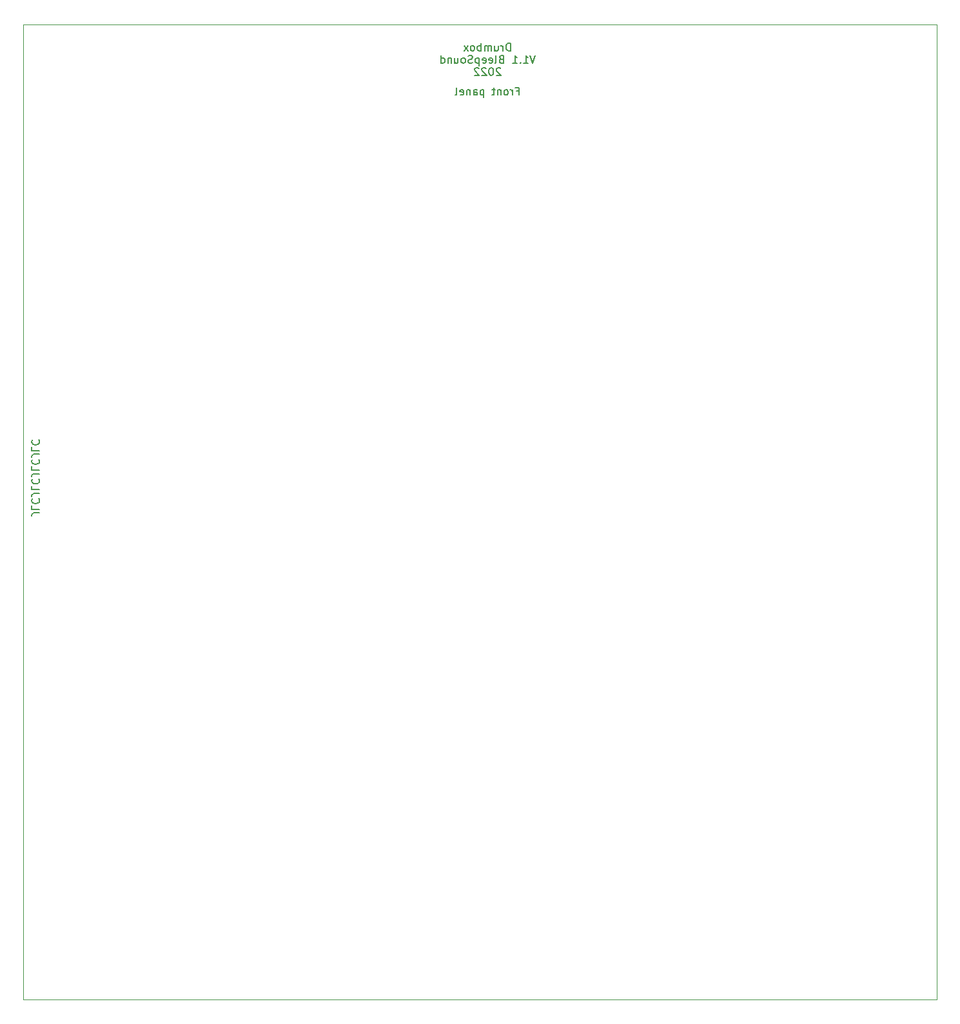
<source format=gbo>
G04 #@! TF.GenerationSoftware,KiCad,Pcbnew,(6.0.6)*
G04 #@! TF.CreationDate,2022-10-26T08:50:08+02:00*
G04 #@! TF.ProjectId,Drumbox,4472756d-626f-4782-9e6b-696361645f70,rev?*
G04 #@! TF.SameCoordinates,Original*
G04 #@! TF.FileFunction,Legend,Bot*
G04 #@! TF.FilePolarity,Positive*
%FSLAX46Y46*%
G04 Gerber Fmt 4.6, Leading zero omitted, Abs format (unit mm)*
G04 Created by KiCad (PCBNEW (6.0.6)) date 2022-10-26 08:50:08*
%MOMM*%
%LPD*%
G01*
G04 APERTURE LIST*
G04 #@! TA.AperFunction,Profile*
%ADD10C,0.050000*%
G04 #@! TD*
%ADD11C,0.150000*%
%ADD12O,6.700000X4.200000*%
%ADD13C,3.200000*%
G04 APERTURE END LIST*
D10*
X62500000Y-32200000D02*
X62500000Y-160200000D01*
X62500000Y-32200000D02*
X182500000Y-32200000D01*
X182500000Y-32200000D02*
X182500000Y-160200000D01*
X182500000Y-160200000D02*
X62500000Y-160200000D01*
D11*
X127285714Y-40928571D02*
X127619047Y-40928571D01*
X127619047Y-41452380D02*
X127619047Y-40452380D01*
X127142857Y-40452380D01*
X126761904Y-41452380D02*
X126761904Y-40785714D01*
X126761904Y-40976190D02*
X126714285Y-40880952D01*
X126666666Y-40833333D01*
X126571428Y-40785714D01*
X126476190Y-40785714D01*
X126000000Y-41452380D02*
X126095238Y-41404761D01*
X126142857Y-41357142D01*
X126190476Y-41261904D01*
X126190476Y-40976190D01*
X126142857Y-40880952D01*
X126095238Y-40833333D01*
X126000000Y-40785714D01*
X125857142Y-40785714D01*
X125761904Y-40833333D01*
X125714285Y-40880952D01*
X125666666Y-40976190D01*
X125666666Y-41261904D01*
X125714285Y-41357142D01*
X125761904Y-41404761D01*
X125857142Y-41452380D01*
X126000000Y-41452380D01*
X125238095Y-40785714D02*
X125238095Y-41452380D01*
X125238095Y-40880952D02*
X125190476Y-40833333D01*
X125095238Y-40785714D01*
X124952380Y-40785714D01*
X124857142Y-40833333D01*
X124809523Y-40928571D01*
X124809523Y-41452380D01*
X124476190Y-40785714D02*
X124095238Y-40785714D01*
X124333333Y-40452380D02*
X124333333Y-41309523D01*
X124285714Y-41404761D01*
X124190476Y-41452380D01*
X124095238Y-41452380D01*
X123000000Y-40785714D02*
X123000000Y-41785714D01*
X123000000Y-40833333D02*
X122904761Y-40785714D01*
X122714285Y-40785714D01*
X122619047Y-40833333D01*
X122571428Y-40880952D01*
X122523809Y-40976190D01*
X122523809Y-41261904D01*
X122571428Y-41357142D01*
X122619047Y-41404761D01*
X122714285Y-41452380D01*
X122904761Y-41452380D01*
X123000000Y-41404761D01*
X121666666Y-41452380D02*
X121666666Y-40928571D01*
X121714285Y-40833333D01*
X121809523Y-40785714D01*
X122000000Y-40785714D01*
X122095238Y-40833333D01*
X121666666Y-41404761D02*
X121761904Y-41452380D01*
X122000000Y-41452380D01*
X122095238Y-41404761D01*
X122142857Y-41309523D01*
X122142857Y-41214285D01*
X122095238Y-41119047D01*
X122000000Y-41071428D01*
X121761904Y-41071428D01*
X121666666Y-41023809D01*
X121190476Y-40785714D02*
X121190476Y-41452380D01*
X121190476Y-40880952D02*
X121142857Y-40833333D01*
X121047619Y-40785714D01*
X120904761Y-40785714D01*
X120809523Y-40833333D01*
X120761904Y-40928571D01*
X120761904Y-41452380D01*
X119904761Y-41404761D02*
X120000000Y-41452380D01*
X120190476Y-41452380D01*
X120285714Y-41404761D01*
X120333333Y-41309523D01*
X120333333Y-40928571D01*
X120285714Y-40833333D01*
X120190476Y-40785714D01*
X120000000Y-40785714D01*
X119904761Y-40833333D01*
X119857142Y-40928571D01*
X119857142Y-41023809D01*
X120333333Y-41119047D01*
X119285714Y-41452380D02*
X119380952Y-41404761D01*
X119428571Y-41309523D01*
X119428571Y-40452380D01*
X64647619Y-96319047D02*
X63933333Y-96319047D01*
X63790476Y-96366666D01*
X63695238Y-96461904D01*
X63647619Y-96604761D01*
X63647619Y-96700000D01*
X63647619Y-95366666D02*
X63647619Y-95842857D01*
X64647619Y-95842857D01*
X63742857Y-94461904D02*
X63695238Y-94509523D01*
X63647619Y-94652380D01*
X63647619Y-94747619D01*
X63695238Y-94890476D01*
X63790476Y-94985714D01*
X63885714Y-95033333D01*
X64076190Y-95080952D01*
X64219047Y-95080952D01*
X64409523Y-95033333D01*
X64504761Y-94985714D01*
X64600000Y-94890476D01*
X64647619Y-94747619D01*
X64647619Y-94652380D01*
X64600000Y-94509523D01*
X64552380Y-94461904D01*
X64647619Y-93747619D02*
X63933333Y-93747619D01*
X63790476Y-93795238D01*
X63695238Y-93890476D01*
X63647619Y-94033333D01*
X63647619Y-94128571D01*
X63647619Y-92795238D02*
X63647619Y-93271428D01*
X64647619Y-93271428D01*
X63742857Y-91890476D02*
X63695238Y-91938095D01*
X63647619Y-92080952D01*
X63647619Y-92176190D01*
X63695238Y-92319047D01*
X63790476Y-92414285D01*
X63885714Y-92461904D01*
X64076190Y-92509523D01*
X64219047Y-92509523D01*
X64409523Y-92461904D01*
X64504761Y-92414285D01*
X64600000Y-92319047D01*
X64647619Y-92176190D01*
X64647619Y-92080952D01*
X64600000Y-91938095D01*
X64552380Y-91890476D01*
X64647619Y-91176190D02*
X63933333Y-91176190D01*
X63790476Y-91223809D01*
X63695238Y-91319047D01*
X63647619Y-91461904D01*
X63647619Y-91557142D01*
X63647619Y-90223809D02*
X63647619Y-90700000D01*
X64647619Y-90700000D01*
X63742857Y-89319047D02*
X63695238Y-89366666D01*
X63647619Y-89509523D01*
X63647619Y-89604761D01*
X63695238Y-89747619D01*
X63790476Y-89842857D01*
X63885714Y-89890476D01*
X64076190Y-89938095D01*
X64219047Y-89938095D01*
X64409523Y-89890476D01*
X64504761Y-89842857D01*
X64600000Y-89747619D01*
X64647619Y-89604761D01*
X64647619Y-89509523D01*
X64600000Y-89366666D01*
X64552380Y-89319047D01*
X64647619Y-88604761D02*
X63933333Y-88604761D01*
X63790476Y-88652380D01*
X63695238Y-88747619D01*
X63647619Y-88890476D01*
X63647619Y-88985714D01*
X63647619Y-87652380D02*
X63647619Y-88128571D01*
X64647619Y-88128571D01*
X63742857Y-86747619D02*
X63695238Y-86795238D01*
X63647619Y-86938095D01*
X63647619Y-87033333D01*
X63695238Y-87176190D01*
X63790476Y-87271428D01*
X63885714Y-87319047D01*
X64076190Y-87366666D01*
X64219047Y-87366666D01*
X64409523Y-87319047D01*
X64504761Y-87271428D01*
X64600000Y-87176190D01*
X64647619Y-87033333D01*
X64647619Y-86938095D01*
X64600000Y-86795238D01*
X64552380Y-86747619D01*
X126500000Y-35642380D02*
X126500000Y-34642380D01*
X126261904Y-34642380D01*
X126119047Y-34690000D01*
X126023809Y-34785238D01*
X125976190Y-34880476D01*
X125928571Y-35070952D01*
X125928571Y-35213809D01*
X125976190Y-35404285D01*
X126023809Y-35499523D01*
X126119047Y-35594761D01*
X126261904Y-35642380D01*
X126500000Y-35642380D01*
X125500000Y-35642380D02*
X125500000Y-34975714D01*
X125500000Y-35166190D02*
X125452380Y-35070952D01*
X125404761Y-35023333D01*
X125309523Y-34975714D01*
X125214285Y-34975714D01*
X124452380Y-34975714D02*
X124452380Y-35642380D01*
X124880952Y-34975714D02*
X124880952Y-35499523D01*
X124833333Y-35594761D01*
X124738095Y-35642380D01*
X124595238Y-35642380D01*
X124500000Y-35594761D01*
X124452380Y-35547142D01*
X123976190Y-35642380D02*
X123976190Y-34975714D01*
X123976190Y-35070952D02*
X123928571Y-35023333D01*
X123833333Y-34975714D01*
X123690476Y-34975714D01*
X123595238Y-35023333D01*
X123547619Y-35118571D01*
X123547619Y-35642380D01*
X123547619Y-35118571D02*
X123500000Y-35023333D01*
X123404761Y-34975714D01*
X123261904Y-34975714D01*
X123166666Y-35023333D01*
X123119047Y-35118571D01*
X123119047Y-35642380D01*
X122642857Y-35642380D02*
X122642857Y-34642380D01*
X122642857Y-35023333D02*
X122547619Y-34975714D01*
X122357142Y-34975714D01*
X122261904Y-35023333D01*
X122214285Y-35070952D01*
X122166666Y-35166190D01*
X122166666Y-35451904D01*
X122214285Y-35547142D01*
X122261904Y-35594761D01*
X122357142Y-35642380D01*
X122547619Y-35642380D01*
X122642857Y-35594761D01*
X121595238Y-35642380D02*
X121690476Y-35594761D01*
X121738095Y-35547142D01*
X121785714Y-35451904D01*
X121785714Y-35166190D01*
X121738095Y-35070952D01*
X121690476Y-35023333D01*
X121595238Y-34975714D01*
X121452380Y-34975714D01*
X121357142Y-35023333D01*
X121309523Y-35070952D01*
X121261904Y-35166190D01*
X121261904Y-35451904D01*
X121309523Y-35547142D01*
X121357142Y-35594761D01*
X121452380Y-35642380D01*
X121595238Y-35642380D01*
X120928571Y-35642380D02*
X120404761Y-34975714D01*
X120928571Y-34975714D02*
X120404761Y-35642380D01*
X129761904Y-36252380D02*
X129428571Y-37252380D01*
X129095238Y-36252380D01*
X128238095Y-37252380D02*
X128809523Y-37252380D01*
X128523809Y-37252380D02*
X128523809Y-36252380D01*
X128619047Y-36395238D01*
X128714285Y-36490476D01*
X128809523Y-36538095D01*
X127809523Y-37157142D02*
X127761904Y-37204761D01*
X127809523Y-37252380D01*
X127857142Y-37204761D01*
X127809523Y-37157142D01*
X127809523Y-37252380D01*
X126809523Y-37252380D02*
X127380952Y-37252380D01*
X127095238Y-37252380D02*
X127095238Y-36252380D01*
X127190476Y-36395238D01*
X127285714Y-36490476D01*
X127380952Y-36538095D01*
X125285714Y-36728571D02*
X125142857Y-36776190D01*
X125095238Y-36823809D01*
X125047619Y-36919047D01*
X125047619Y-37061904D01*
X125095238Y-37157142D01*
X125142857Y-37204761D01*
X125238095Y-37252380D01*
X125619047Y-37252380D01*
X125619047Y-36252380D01*
X125285714Y-36252380D01*
X125190476Y-36300000D01*
X125142857Y-36347619D01*
X125095238Y-36442857D01*
X125095238Y-36538095D01*
X125142857Y-36633333D01*
X125190476Y-36680952D01*
X125285714Y-36728571D01*
X125619047Y-36728571D01*
X124476190Y-37252380D02*
X124571428Y-37204761D01*
X124619047Y-37109523D01*
X124619047Y-36252380D01*
X123714285Y-37204761D02*
X123809523Y-37252380D01*
X124000000Y-37252380D01*
X124095238Y-37204761D01*
X124142857Y-37109523D01*
X124142857Y-36728571D01*
X124095238Y-36633333D01*
X124000000Y-36585714D01*
X123809523Y-36585714D01*
X123714285Y-36633333D01*
X123666666Y-36728571D01*
X123666666Y-36823809D01*
X124142857Y-36919047D01*
X122857142Y-37204761D02*
X122952380Y-37252380D01*
X123142857Y-37252380D01*
X123238095Y-37204761D01*
X123285714Y-37109523D01*
X123285714Y-36728571D01*
X123238095Y-36633333D01*
X123142857Y-36585714D01*
X122952380Y-36585714D01*
X122857142Y-36633333D01*
X122809523Y-36728571D01*
X122809523Y-36823809D01*
X123285714Y-36919047D01*
X122380952Y-36585714D02*
X122380952Y-37585714D01*
X122380952Y-36633333D02*
X122285714Y-36585714D01*
X122095238Y-36585714D01*
X122000000Y-36633333D01*
X121952380Y-36680952D01*
X121904761Y-36776190D01*
X121904761Y-37061904D01*
X121952380Y-37157142D01*
X122000000Y-37204761D01*
X122095238Y-37252380D01*
X122285714Y-37252380D01*
X122380952Y-37204761D01*
X121523809Y-37204761D02*
X121380952Y-37252380D01*
X121142857Y-37252380D01*
X121047619Y-37204761D01*
X121000000Y-37157142D01*
X120952380Y-37061904D01*
X120952380Y-36966666D01*
X121000000Y-36871428D01*
X121047619Y-36823809D01*
X121142857Y-36776190D01*
X121333333Y-36728571D01*
X121428571Y-36680952D01*
X121476190Y-36633333D01*
X121523809Y-36538095D01*
X121523809Y-36442857D01*
X121476190Y-36347619D01*
X121428571Y-36300000D01*
X121333333Y-36252380D01*
X121095238Y-36252380D01*
X120952380Y-36300000D01*
X120380952Y-37252380D02*
X120476190Y-37204761D01*
X120523809Y-37157142D01*
X120571428Y-37061904D01*
X120571428Y-36776190D01*
X120523809Y-36680952D01*
X120476190Y-36633333D01*
X120380952Y-36585714D01*
X120238095Y-36585714D01*
X120142857Y-36633333D01*
X120095238Y-36680952D01*
X120047619Y-36776190D01*
X120047619Y-37061904D01*
X120095238Y-37157142D01*
X120142857Y-37204761D01*
X120238095Y-37252380D01*
X120380952Y-37252380D01*
X119190476Y-36585714D02*
X119190476Y-37252380D01*
X119619047Y-36585714D02*
X119619047Y-37109523D01*
X119571428Y-37204761D01*
X119476190Y-37252380D01*
X119333333Y-37252380D01*
X119238095Y-37204761D01*
X119190476Y-37157142D01*
X118714285Y-36585714D02*
X118714285Y-37252380D01*
X118714285Y-36680952D02*
X118666666Y-36633333D01*
X118571428Y-36585714D01*
X118428571Y-36585714D01*
X118333333Y-36633333D01*
X118285714Y-36728571D01*
X118285714Y-37252380D01*
X117380952Y-37252380D02*
X117380952Y-36252380D01*
X117380952Y-37204761D02*
X117476190Y-37252380D01*
X117666666Y-37252380D01*
X117761904Y-37204761D01*
X117809523Y-37157142D01*
X117857142Y-37061904D01*
X117857142Y-36776190D01*
X117809523Y-36680952D01*
X117761904Y-36633333D01*
X117666666Y-36585714D01*
X117476190Y-36585714D01*
X117380952Y-36633333D01*
X125214285Y-37957619D02*
X125166666Y-37910000D01*
X125071428Y-37862380D01*
X124833333Y-37862380D01*
X124738095Y-37910000D01*
X124690476Y-37957619D01*
X124642857Y-38052857D01*
X124642857Y-38148095D01*
X124690476Y-38290952D01*
X125261904Y-38862380D01*
X124642857Y-38862380D01*
X124023809Y-37862380D02*
X123928571Y-37862380D01*
X123833333Y-37910000D01*
X123785714Y-37957619D01*
X123738095Y-38052857D01*
X123690476Y-38243333D01*
X123690476Y-38481428D01*
X123738095Y-38671904D01*
X123785714Y-38767142D01*
X123833333Y-38814761D01*
X123928571Y-38862380D01*
X124023809Y-38862380D01*
X124119047Y-38814761D01*
X124166666Y-38767142D01*
X124214285Y-38671904D01*
X124261904Y-38481428D01*
X124261904Y-38243333D01*
X124214285Y-38052857D01*
X124166666Y-37957619D01*
X124119047Y-37910000D01*
X124023809Y-37862380D01*
X123309523Y-37957619D02*
X123261904Y-37910000D01*
X123166666Y-37862380D01*
X122928571Y-37862380D01*
X122833333Y-37910000D01*
X122785714Y-37957619D01*
X122738095Y-38052857D01*
X122738095Y-38148095D01*
X122785714Y-38290952D01*
X123357142Y-38862380D01*
X122738095Y-38862380D01*
X122357142Y-37957619D02*
X122309523Y-37910000D01*
X122214285Y-37862380D01*
X121976190Y-37862380D01*
X121880952Y-37910000D01*
X121833333Y-37957619D01*
X121785714Y-38052857D01*
X121785714Y-38148095D01*
X121833333Y-38290952D01*
X122404761Y-38862380D01*
X121785714Y-38862380D01*
%LPC*%
D12*
X70000000Y-35200000D03*
X175000000Y-35200000D03*
X70000000Y-157200000D03*
D13*
X73500000Y-145200000D03*
D12*
X175000000Y-157200000D03*
D13*
X122500000Y-54700000D03*
M02*

</source>
